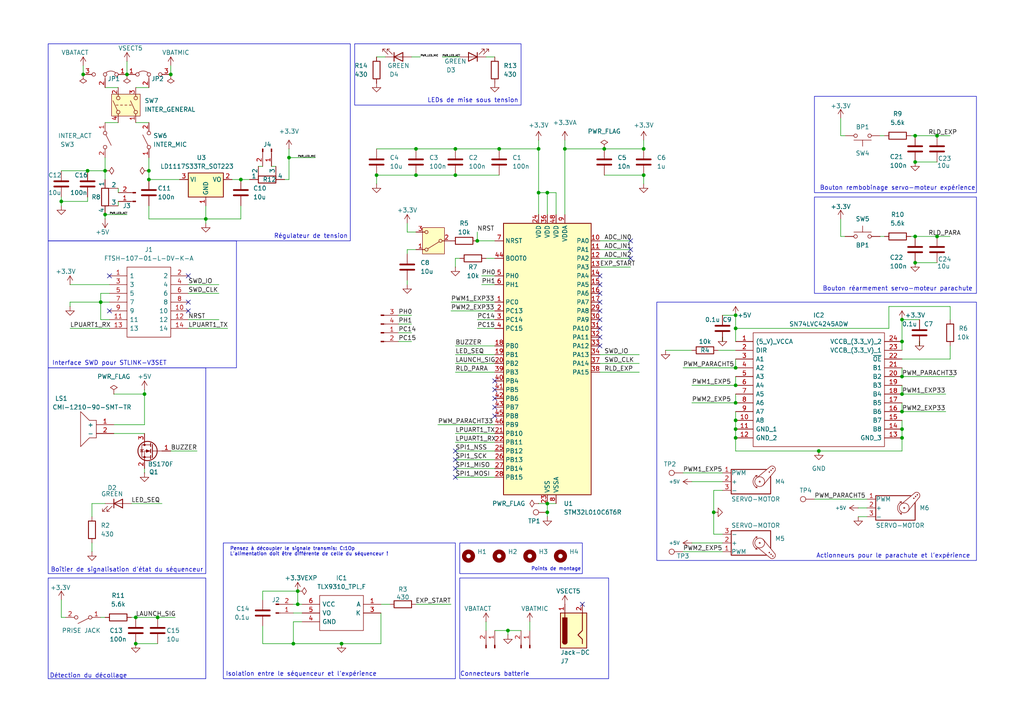
<source format=kicad_sch>
(kicad_sch (version 20231120) (generator "eeschema") (generator_version "8.0")
  (paper "A4")
  (title_block (title "Séquenceur ISABELLE") (date "2025-01-17"))
  (junction (at 49.53 21.59))
  (junction (at 120.65 50.8))
  (junction (at 213.36 91.44))
  (junction (at 261.62 119.38))
  (junction (at 43.18 49.53))
  (junction (at 265.43 46.99))
  (junction (at 29.21 87.63))
  (junction (at 41.91 114.3))
  (junction (at 132.08 50.8))
  (junction (at 186.69 50.8))
  (junction (at 213.36 111.76))
  (junction (at 85.09 186.69))
  (junction (at 86.36 175.26))
  (junction (at 86.36 171.45))
  (junction (at 158.75 55.88))
  (junction (at 156.21 43.18))
  (junction (at 213.36 127))
  (junction (at 175.26 43.18))
  (junction (at 120.65 43.18))
  (junction (at 39.37 179.07))
  (junction (at 213.36 124.46))
  (junction (at 213.36 106.68))
  (junction (at 138.43 69.85))
  (junction (at 25.4 49.53))
  (junction (at 147.32 182.88))
  (junction (at 186.69 43.18))
  (junction (at 265.43 68.58))
  (junction (at 24.13 21.59))
  (junction (at 261.62 109.22))
  (junction (at 261.62 99.06))
  (junction (at 30.48 49.53))
  (junction (at 43.18 52.07))
  (junction (at 59.69 63.5))
  (junction (at 132.08 43.18))
  (junction (at 163.83 43.18))
  (junction (at 83.82 45.72))
  (junction (at 156.21 55.88))
  (junction (at 30.48 62.23))
  (junction (at 261.62 92.71))
  (junction (at 261.62 124.46))
  (junction (at 261.62 114.3))
  (junction (at 271.78 39.37))
  (junction (at 45.72 179.07))
  (junction (at 158.75 146.05))
  (junction (at 36.83 21.59))
  (junction (at 237.49 130.81))
  (junction (at 265.43 39.37))
  (junction (at 265.43 76.2))
  (junction (at 39.37 186.69))
  (junction (at 213.36 116.84))
  (junction (at 213.36 95.25))
  (junction (at 271.78 68.58))
  (junction (at 99.06 186.69))
  (junction (at 69.85 52.07))
  (junction (at 109.22 50.8))
  (junction (at 17.78 58.42))
  (junction (at 144.78 43.18))
  (junction (at 207.01 148.59))
  (junction (at 158.75 148.59))
  (junction (at 213.36 121.92))
  (junction (at 261.62 127))
  (no_connect (at 143.51 113.03))
  (no_connect (at 132.08 135.89))
  (no_connect (at 182.88 74.93))
  (no_connect (at 54.61 80.01))
  (no_connect (at 54.61 90.17))
  (no_connect (at 182.88 69.85))
  (no_connect (at 132.08 130.81))
  (no_connect (at 54.61 87.63))
  (no_connect (at 132.08 133.35))
  (no_connect (at 173.99 95.25))
  (no_connect (at 143.51 110.49))
  (no_connect (at 173.99 80.01))
  (no_connect (at 143.51 120.65))
  (no_connect (at 143.51 118.11))
  (no_connect (at 173.99 100.33))
  (no_connect (at 173.99 87.63))
  (no_connect (at 31.75 80.01))
  (no_connect (at 182.88 72.39))
  (no_connect (at 168.91 175.26))
  (no_connect (at 173.99 90.17))
  (no_connect (at 173.99 82.55))
  (no_connect (at 173.99 92.71))
  (no_connect (at 143.51 115.57))
  (no_connect (at 173.99 85.09))
  (no_connect (at 132.08 138.43))
  (no_connect (at 31.75 90.17))
  (no_connect (at 173.99 97.79))
  (wire (pts (xy 132.08 133.35) (xy 143.51 133.35)))
  (wire (pts (xy 43.18 59.69) (xy 43.18 63.5)))
  (wire (pts (xy 34.29 55.88) (xy 34.29 54.61)))
  (wire (pts (xy 207.01 148.59) (xy 207.01 154.94)))
  (wire (pts (xy 26.67 157.48) (xy 26.67 160.02)))
  (wire (pts (xy 163.83 43.18) (xy 163.83 62.23)))
  (wire (pts (xy 193.04 101.6) (xy 200.66 101.6)))
  (wire (pts (xy 261.62 127) (xy 261.62 124.46)))
  (wire (pts (xy 161.29 55.88) (xy 158.75 55.88)))
  (wire (pts (xy 132.08 74.93) (xy 133.35 74.93)))
  (wire (pts (xy 130.81 90.17) (xy 143.51 90.17)))
  (wire (pts (xy 261.62 130.81) (xy 261.62 127)))
  (wire (pts (xy 132.08 135.89) (xy 143.51 135.89)))
  (wire (pts (xy 264.16 68.58) (xy 265.43 68.58)))
  (wire (pts (xy 198.12 160.02) (xy 209.55 160.02)))
  (wire (pts (xy 54.61 92.71) (xy 63.5 92.71)))
  (wire (pts (xy 255.27 39.37) (xy 256.54 39.37)))
  (wire (pts (xy 26.67 149.86) (xy 26.67 146.05)))
  (wire (pts (xy 110.49 175.26) (xy 113.03 175.26)))
  (wire (pts (xy 132.08 105.41) (xy 143.51 105.41)))
  (wire (pts (xy 140.97 74.93) (xy 143.51 74.93)))
  (wire (pts (xy 144.78 50.8) (xy 132.08 50.8)))
  (wire (pts (xy 243.84 34.29) (xy 243.84 39.37)))
  (wire (pts (xy 30.48 45.72) (xy 30.48 49.53)))
  (wire (pts (xy 213.36 116.84) (xy 213.36 114.3)))
  (wire (pts (xy 213.36 119.38) (xy 213.36 121.92)))
  (wire (pts (xy 213.36 95.25) (xy 213.36 99.06)))
  (wire (pts (xy 138.43 95.25) (xy 143.51 95.25)))
  (wire (pts (xy 161.29 55.88) (xy 161.29 62.23)))
  (wire (pts (xy 138.43 69.85) (xy 143.51 69.85)))
  (wire (pts (xy 54.61 82.55) (xy 63.5 82.55)))
  (wire (pts (xy 31.75 95.25) (xy 20.32 95.25)))
  (wire (pts (xy 156.21 43.18) (xy 144.78 43.18)))
  (wire (pts (xy 143.51 182.88) (xy 147.32 182.88)))
  (wire (pts (xy 163.83 40.64) (xy 163.83 43.18)))
  (wire (pts (xy 186.69 40.64) (xy 186.69 43.18)))
  (wire (pts (xy 264.16 39.37) (xy 265.43 39.37)))
  (wire (pts (xy 173.99 77.47) (xy 182.88 77.47)))
  (wire (pts (xy 25.4 57.15) (xy 25.4 58.42)))
  (wire (pts (xy 118.11 72.39) (xy 120.65 72.39)))
  (wire (pts (xy 132.08 74.93) (xy 132.08 77.47)))
  (wire (pts (xy 115.57 99.06) (xy 119.38 99.06)))
  (wire (pts (xy 173.99 69.85) (xy 182.88 69.85)))
  (wire (pts (xy 29.21 92.71) (xy 29.21 87.63)))
  (wire (pts (xy 209.55 91.44) (xy 213.36 91.44)))
  (wire (pts (xy 158.75 149.86) (xy 158.75 148.59)))
  (wire (pts (xy 26.67 146.05) (xy 30.48 146.05)))
  (wire (pts (xy 25.4 58.42) (xy 17.78 58.42)))
  (wire (pts (xy 20.32 87.63) (xy 20.32 88.9)))
  (wire (pts (xy 257.81 88.9) (xy 275.59 88.9)))
  (wire (pts (xy 31.75 87.63) (xy 29.21 87.63)))
  (wire (pts (xy 265.43 46.99) (xy 271.78 46.99)))
  (wire (pts (xy 52.07 52.07) (xy 43.18 52.07)))
  (wire (pts (xy 59.69 59.69) (xy 59.69 63.5)))
  (wire (pts (xy 17.78 179.07) (xy 17.78 173.99)))
  (wire (pts (xy 87.63 180.34) (xy 85.09 180.34)))
  (wire (pts (xy 30.48 63.5) (xy 30.48 62.23)))
  (wire (pts (xy 54.61 85.09) (xy 63.5 85.09)))
  (wire (pts (xy 118.11 67.31) (xy 120.65 67.31)))
  (wire (pts (xy 130.81 87.63) (xy 143.51 87.63)))
  (wire (pts (xy 30.48 25.4) (xy 34.29 25.4)))
  (wire (pts (xy 109.22 53.34) (xy 109.22 50.8)))
  (wire (pts (xy 248.92 149.86) (xy 251.46 149.86)))
  (wire (pts (xy 72.39 52.07) (xy 69.85 52.07)))
  (wire (pts (xy 271.78 39.37) (xy 275.59 39.37)))
  (wire (pts (xy 110.49 186.69) (xy 99.06 186.69)))
  (wire (pts (xy 143.51 123.19) (xy 127 123.19)))
  (wire (pts (xy 31.75 85.09) (xy 29.21 85.09)))
  (wire (pts (xy 43.18 49.53) (xy 43.18 52.07)))
  (wire (pts (xy 158.75 55.88) (xy 158.75 62.23)))
  (wire (pts (xy 31.75 92.71) (xy 29.21 92.71)))
  (wire (pts (xy 275.59 92.71) (xy 275.59 88.9)))
  (wire (pts (xy 200.66 139.7) (xy 209.55 139.7)))
  (wire (pts (xy 41.91 137.16) (xy 41.91 135.89)))
  (wire (pts (xy 74.93 48.26) (xy 76.2 48.26)))
  (wire (pts (xy 151.13 182.88) (xy 147.32 182.88)))
  (wire (pts (xy 120.65 43.18) (xy 109.22 43.18)))
  (wire (pts (xy 30.48 52.07) (xy 30.48 49.53)))
  (wire (pts (xy 245.11 39.37) (xy 243.84 39.37)))
  (wire (pts (xy 17.78 57.15) (xy 17.78 58.42)))
  (wire (pts (xy 261.62 124.46) (xy 261.62 121.92)))
  (wire (pts (xy 49.53 130.81) (xy 57.15 130.81)))
  (wire (pts (xy 213.36 106.68) (xy 213.36 104.14)))
  (wire (pts (xy 86.36 171.45) (xy 86.36 175.26)))
  (wire (pts (xy 200.66 157.48) (xy 209.55 157.48)))
  (wire (pts (xy 111.76 16.51) (xy 109.22 16.51)))
  (wire (pts (xy 209.55 97.79) (xy 209.55 99.06)))
  (wire (pts (xy 243.84 63.5) (xy 243.84 68.58)))
  (wire (pts (xy 261.62 109.22) (xy 261.62 106.68)))
  (wire (pts (xy 158.75 146.05) (xy 161.29 146.05)))
  (wire (pts (xy 133.35 16.51) (xy 128.27 16.51)))
  (wire (pts (xy 213.36 130.81) (xy 237.49 130.81)))
  (wire (pts (xy 39.37 179.07) (xy 38.1 179.07)))
  (wire (pts (xy 213.36 91.44) (xy 213.36 95.25)))
  (wire (pts (xy 17.78 179.07) (xy 19.05 179.07)))
  (wire (pts (xy 83.82 43.18) (xy 83.82 45.72)))
  (wire (pts (xy 261.62 114.3) (xy 261.62 111.76)))
  (wire (pts (xy 115.57 93.98) (xy 119.38 93.98)))
  (wire (pts (xy 139.7 80.01) (xy 143.51 80.01)))
  (wire (pts (xy 17.78 49.53) (xy 25.4 49.53)))
  (wire (pts (xy 33.02 125.73) (xy 41.91 125.73)))
  (wire (pts (xy 261.62 114.3) (xy 274.32 114.3)))
  (wire (pts (xy 43.18 63.5) (xy 59.69 63.5)))
  (wire (pts (xy 115.57 91.44) (xy 119.38 91.44)))
  (wire (pts (xy 41.91 113.03) (xy 41.91 114.3)))
  (wire (pts (xy 156.21 40.64) (xy 156.21 43.18)))
  (wire (pts (xy 261.62 119.38) (xy 274.32 119.38)))
  (wire (pts (xy 38.1 146.05) (xy 46.99 146.05)))
  (wire (pts (xy 213.36 121.92) (xy 213.36 124.46)))
  (wire (pts (xy 213.36 127) (xy 213.36 130.81)))
  (wire (pts (xy 257.81 95.25) (xy 257.81 88.9)))
  (wire (pts (xy 138.43 67.31) (xy 138.43 69.85)))
  (wire (pts (xy 186.69 53.34) (xy 186.69 50.8)))
  (wire (pts (xy 265.43 76.2) (xy 271.78 76.2)))
  (wire (pts (xy 132.08 50.8) (xy 120.65 50.8)))
  (wire (pts (xy 76.2 181.61) (xy 76.2 186.69)))
  (wire (pts (xy 173.99 72.39) (xy 182.88 72.39)))
  (wire (pts (xy 76.2 186.69) (xy 85.09 186.69)))
  (wire (pts (xy 275.59 104.14) (xy 275.59 100.33)))
  (wire (pts (xy 110.49 177.8) (xy 110.49 186.69)))
  (wire (pts (xy 266.7 99.06) (xy 266.7 100.33)))
  (wire (pts (xy 24.13 19.05) (xy 24.13 21.59)))
  (wire (pts (xy 173.99 74.93) (xy 182.88 74.93)))
  (wire (pts (xy 69.85 52.07) (xy 67.31 52.07)))
  (wire (pts (xy 143.51 107.95) (xy 132.08 107.95)))
  (wire (pts (xy 20.32 82.55) (xy 31.75 82.55)))
  (wire (pts (xy 69.85 59.69) (xy 69.85 63.5)))
  (wire (pts (xy 30.48 62.23) (xy 36.83 62.23)))
  (wire (pts (xy 265.43 39.37) (xy 271.78 39.37)))
  (wire (pts (xy 173.99 102.87) (xy 185.42 102.87)))
  (wire (pts (xy 236.22 144.78) (xy 251.46 144.78)))
  (wire (pts (xy 156.21 43.18) (xy 156.21 55.88)))
  (wire (pts (xy 118.11 72.39) (xy 118.11 73.66)))
  (wire (pts (xy 130.81 175.26) (xy 120.65 175.26)))
  (wire (pts (xy 261.62 92.71) (xy 261.62 99.06)))
  (wire (pts (xy 207.01 142.24) (xy 209.55 142.24)))
  (wire (pts (xy 207.01 142.24) (xy 207.01 148.59)))
  (wire (pts (xy 132.08 138.43) (xy 143.51 138.43)))
  (wire (pts (xy 82.55 52.07) (xy 83.82 52.07)))
  (wire (pts (xy 140.97 16.51) (xy 143.51 16.51)))
  (wire (pts (xy 140.97 182.88) (xy 140.97 180.34)))
  (wire (pts (xy 49.53 19.05) (xy 49.53 21.59)))
  (wire (pts (xy 34.29 35.56) (xy 30.48 35.56)))
  (wire (pts (xy 29.21 85.09) (xy 29.21 87.63)))
  (wire (pts (xy 86.36 171.45) (xy 76.2 171.45)))
  (wire (pts (xy 175.26 43.18) (xy 186.69 43.18)))
  (wire (pts (xy 83.82 45.72) (xy 91.44 45.72)))
  (wire (pts (xy 200.66 116.84) (xy 213.36 116.84)))
  (wire (pts (xy 147.32 182.88) (xy 147.32 184.15)))
  (wire (pts (xy 120.65 50.8) (xy 109.22 50.8)))
  (wire (pts (xy 138.43 92.71) (xy 143.51 92.71)))
  (wire (pts (xy 198.12 106.68) (xy 213.36 106.68)))
  (wire (pts (xy 85.09 175.26) (xy 86.36 175.26)))
  (wire (pts (xy 237.49 130.81) (xy 261.62 130.81)))
  (wire (pts (xy 261.62 101.6) (xy 261.62 99.06)))
  (wire (pts (xy 80.01 48.26) (xy 78.74 48.26)))
  (wire (pts (xy 39.37 186.69) (xy 45.72 186.69)))
  (wire (pts (xy 261.62 119.38) (xy 261.62 116.84)))
  (wire (pts (xy 213.36 111.76) (xy 213.36 109.22)))
  (wire (pts (xy 245.11 68.58) (xy 243.84 68.58)))
  (wire (pts (xy 207.01 154.94) (xy 209.55 154.94)))
  (wire (pts (xy 118.11 81.28) (xy 118.11 82.55)))
  (wire (pts (xy 85.09 180.34) (xy 85.09 186.69)))
  (wire (pts (xy 59.69 63.5) (xy 69.85 63.5)))
  (wire (pts (xy 132.08 43.18) (xy 120.65 43.18)))
  (wire (pts (xy 132.08 100.33) (xy 143.51 100.33)))
  (wire (pts (xy 29.21 87.63) (xy 20.32 87.63)))
  (wire (pts (xy 156.21 55.88) (xy 156.21 62.23)))
  (wire (pts (xy 85.09 177.8) (xy 87.63 177.8)))
  (wire (pts (xy 76.2 171.45) (xy 76.2 173.99)))
  (wire (pts (xy 118.11 64.77) (xy 118.11 67.31)))
  (wire (pts (xy 83.82 45.72) (xy 83.82 52.07)))
  (wire (pts (xy 173.99 105.41) (xy 185.42 105.41)))
  (wire (pts (xy 153.67 180.34) (xy 153.67 182.88)))
  (wire (pts (xy 158.75 146.05) (xy 158.75 148.59)))
  (wire (pts (xy 143.51 128.27) (xy 132.08 128.27)))
  (wire (pts (xy 266.7 92.71) (xy 261.62 92.71)))
  (wire (pts (xy 115.57 96.52) (xy 119.38 96.52)))
  (wire (pts (xy 213.36 101.6) (xy 208.28 101.6)))
  (wire (pts (xy 275.59 104.14) (xy 261.62 104.14)))
  (wire (pts (xy 248.92 147.32) (xy 251.46 147.32)))
  (wire (pts (xy 119.38 16.51) (xy 121.92 16.51)))
  (wire (pts (xy 25.4 49.53) (xy 30.48 49.53)))
  (wire (pts (xy 200.66 111.76) (xy 213.36 111.76)))
  (wire (pts (xy 36.83 17.78) (xy 36.83 21.59)))
  (wire (pts (xy 86.36 175.26) (xy 87.63 175.26)))
  (wire (pts (xy 41.91 114.3) (xy 41.91 123.19)))
  (wire (pts (xy 175.26 50.8) (xy 186.69 50.8)))
  (wire (pts (xy 43.18 45.72) (xy 43.18 49.53)))
  (wire (pts (xy 156.21 146.05) (xy 158.75 146.05)))
  (wire (pts (xy 143.51 125.73) (xy 132.08 125.73)))
  (wire (pts (xy 39.37 25.4) (xy 43.18 25.4)))
  (wire (pts (xy 271.78 68.58) (xy 275.59 68.58)))
  (wire (pts (xy 45.72 179.07) (xy 50.8 179.07)))
  (wire (pts (xy 255.27 68.58) (xy 256.54 68.58)))
  (wire (pts (xy 139.7 82.55) (xy 143.51 82.55)))
  (wire (pts (xy 54.61 95.25) (xy 66.04 95.25)))
  (wire (pts (xy 158.75 55.88) (xy 156.21 55.88)))
  (wire (pts (xy 132.08 102.87) (xy 143.51 102.87)))
  (wire (pts (xy 33.02 114.3) (xy 41.91 114.3)))
  (wire (pts (xy 39.37 35.56) (xy 43.18 35.56)))
  (wire (pts (xy 163.83 43.18) (xy 175.26 43.18)))
  (wire (pts (xy 265.43 68.58) (xy 271.78 68.58)))
  (wire (pts (xy 30.48 179.07) (xy 29.21 179.07)))
  (wire (pts (xy 213.36 95.25) (xy 257.81 95.25)))
  (wire (pts (xy 213.36 124.46) (xy 213.36 127)))
  (wire (pts (xy 59.69 63.5) (xy 59.69 64.77)))
  (wire (pts (xy 198.12 137.16) (xy 209.55 137.16)))
  (wire (pts (xy 261.62 109.22) (xy 276.86 109.22)))
  (wire (pts (xy 34.29 59.69) (xy 34.29 58.42)))
  (wire (pts (xy 33.02 123.19) (xy 41.91 123.19)))
  (wire (pts (xy 85.09 186.69) (xy 99.06 186.69)))
  (wire (pts (xy 173.99 107.95) (xy 185.42 107.95)))
  (wire (pts (xy 17.78 58.42) (xy 17.78 59.69)))
  (wire (pts (xy 132.08 130.81) (xy 143.51 130.81)))
  (wire (pts (xy 144.78 43.18) (xy 132.08 43.18)))
  (wire (pts (xy 39.37 179.07) (xy 45.72 179.07)))
  (rectangle (start 13.97 167.64) (end 59.69 196.85))
  (rectangle (start 236.22 57.15) (end 283.21 85.09))
  (rectangle (start 133.35 167.64) (end 176.53 196.85))
  (rectangle (start 13.97 69.85) (end 68.58 106.68))
  (rectangle (start 190.5 87.63) (end 283.21 162.56))
  (rectangle (start 133.35 157.48) (end 168.91 166.37))
  (rectangle (start 64.77 157.48) (end 132.08 196.85))
  (rectangle (start 102.87 12.7) (end 151.13 30.48))
  (rectangle (start 13.97 106.68) (end 59.69 166.37))
  (rectangle (start 236.22 27.94) (end 283.21 55.88))
  (rectangle (start 13.97 12.7) (end 101.6 69.85))
  (text "Régulateur de tension" (at 90.17 68.58 0) (effects (font (size 1.27 1.27))))
  (text "Actionneurs pour le parachute et l'expérience\n" (at 259.08 161.29 0) (effects (font (size 1.27 1.27))))
  (text "Points de montage\n" (at 161.29 165.1 0) (effects (font (size 1 1))))
  (text "LEDs de mise sous tension\n" (at 137.16 29.21 0) (effects (font (size 1.27 1.27))))
  (text "Bouton réarmement servo-moteur parachute" (at 260.35 83.82 0) (effects (font (size 1.27 1.27))))
  (text "Connecteurs batterie\n" (at 143.51 195.58 0) (effects (font (size 1.27 1.27))))
  (text "L'alimentation doit être différente de celle du séquenceur !" (at 89.662 160.782 0) (effects (font (size 1 1))))
  (text "Boîtier de signalisation d'état du séquenceur\n" (at 36.83 165.354 0) (effects (font (size 1.27 1.27))))
  (text "Interface SWD pour STLINK-V3SET\n" (at 31.75 105.41 0) (effects (font (size 1.27 1.27))))
  (text "Détection du décollage" (at 25.654 196.088 0) (effects (font (size 1.27 1.27))))
  (text "Isolation entre le séquenceur et l'expérience" (at 87.376 195.58 0) (effects (font (size 1.27 1.27))))
  (text "Bouton rembobinage servo-moteur expérience" (at 260.35 54.61 0) (effects (font (size 1.27 1.27))))
  (text "Pensez à découpler le signale transmis: C:1Op" (at 84.836 159.258 0) (effects (font (size 1 1))))
  (label "PWM2_EXP5" (at 198.12 160.02 0))
  (label "RLD_PARA" (at 132.08 107.95 0))
  (label "BUZZER" (at 132.08 100.33 0))
  (label "SPI1_SCK" (at 132.08 133.35 0))
  (label "SPI1_NSS" (at 132.08 130.81 0))
  (label "PWM2_EXP33" (at 261.62 119.38 0))
  (label "SWD_CLK" (at 175.26 105.41 0))
  (label "PWM_PARACHT5" (at 236.22 144.78 0))
  (label "LED_SEQ" (at 38.1 146.05 0))
  (label "BUZZER" (at 49.53 130.81 0))
  (label "NRST" (at 54.61 92.71 0))
  (label "SWD_IO" (at 54.61 82.55 0))
  (label "PWM1_EXP5" (at 200.66 111.76 0))
  (label "PWR_LED_ACT" (at 31.75 62.23 0) (effects (font (size 0.508 0.508))))
  (label "RLD_EXP" (at 175.26 107.95 0))
  (label "EXP_START" (at 173.99 77.47 0))
  (label "LPUART1_RX" (at 132.08 128.27 0))
  (label "LAUNCH_SIG" (at 39.37 179.07 0))
  (label "SWD_CLK" (at 54.61 85.09 0))
  (label "PC14" (at 138.43 92.71 0))
  (label "LED_SEQ" (at 132.08 102.87 0))
  (label "PWM_PARACHT33" (at 261.62 109.22 0))
  (label "RLD_EXP" (at 269.24 39.37 0))
  (label "SPI1_MISO" (at 132.08 135.89 0))
  (label "PWM2_EXP5" (at 200.66 116.84 0))
  (label "ADC_IN1" (at 175.26 72.39 0))
  (label "PWR_LED_ACT" (at 128.27 16.51 0) (effects (font (size 0.508 0.508))))
  (label "PWM_PARACHT5" (at 198.12 106.68 0))
  (label "PWR_LED_MIC" (at 121.92 16.51 0) (effects (font (size 0.508 0.508))))
  (label "SWD_IO" (at 175.26 102.87 0))
  (label "LPUART1_RX" (at 20.32 95.25 0))
  (label "PWM1_EXP33" (at 130.81 87.63 0))
  (label "LPUART1_TX" (at 54.61 95.25 0))
  (label "PH0" (at 115.57 91.44 0))
  (label "PWR_LED_MIC" (at 86.36 45.72 0) (effects (font (size 0.508 0.508))))
  (label "LPUART1_TX" (at 132.08 125.73 0))
  (label "PC15" (at 138.43 95.25 0))
  (label "ADC_IN2" (at 175.26 74.93 0))
  (label "ADC_IN0" (at 175.26 69.85 0))
  (label "PC15" (at 115.57 99.06 0))
  (label "EXP_START" (at 130.81 175.26 180))
  (label "PWM1_EXP33" (at 261.62 114.3 0))
  (label "PWM2_EXP33" (at 130.81 90.17 0))
  (label "PWM1_EXP5" (at 198.12 137.16 0))
  (label "NRST" (at 138.43 67.31 0))
  (label "SPI1_MOSI" (at 132.08 138.43 0))
  (label "RLD_PARA" (at 269.24 68.58 0))
  (label "PWM_PARACHT33" (at 127 123.19 0))
  (label "PC14" (at 115.57 96.52 0))
  (label "PH0" (at 139.7 80.01 0))
  (label "LAUNCH_SIG" (at 132.08 105.41 0))
  (label "PH1" (at 139.7 82.55 0))
  (label "PH1" (at 115.57 93.98 0))
  (symbol (lib_id "Motor:Motor_Servo") (at 259.08 147.32 0) (unit 1)
    (property "Reference" "M6" (at 266.7 147.32 0) (effects (justify left)))
    (property "Value" "SERVO-MOTOR" (at 254 152.4 0) (effects (justify left)))
    (property "Footprint" "Connector_PinHeader_2.54mm:PinHeader_1x03_P2.54mm_Vertical" (effects (hide yes)))
    (property "Datasheet" "http://forums.parallax.com/uploads/attachments/46831/74481.png" (effects (hide yes)))
    (property "Description" "Servo Motor (Futaba, HiTec, JR connector)" (effects (hide yes)))
  )
  (symbol (lib_id "power:GND") (at 248.92 149.86 0) (unit 1)
    (property "Reference" "#PWR047" (effects (hide yes)))
    (property "Value" "GND" (effects (hide yes)))
    (property "Description" "Power symbol creates a global label with name \"GND\" , ground" (effects (hide yes)))
  )
  (symbol (lib_id "power:GND") (at 59.69 64.77 0) (unit 1)
    (property "Reference" "#PWR012" (effects (hide yes)))
    (property "Value" "GND" (effects (hide yes)))
    (property "Description" "Power symbol creates a global label with name \"GND\" , ground" (effects (hide yes)))
  )
  (symbol (lib_id "Device:C") (at 271.78 43.18 0) (unit 1)
    (property "Reference" "C23" (at 272.034 45.974 0) (effects (justify left)))
    (property "Value" "10u" (at 271.78 48.006 0) (effects (justify left)))
    (property "Footprint" "Capacitor_SMD:C_0805_2012Metric" (effects (hide yes)))
    (property "Description" "Unpolarized capacitor" (effects (hide yes)))
  )
  (symbol (lib_id "power:GND") (at 237.49 130.81 0) (unit 1)
    (property "Reference" "#PWR026" (effects (hide yes)))
    (property "Value" "GND" (at 237.49 135.89 0))
    (property "Description" "Power symbol creates a global label with name \"GND\" , ground" (effects (hide yes)))
  )
  (symbol (lib_id "power:+5V") (at 200.66 157.48 90) (unit 1)
    (property "Reference" "#PWR045" (effects (hide yes)))
    (property "Value" "+5V" (at 195.58 157.48 90) (effects (font (size 1 1))))
    (property "Description" "Power symbol creates a global label with name \"+5V\"" (effects (hide yes)))
  )
  (symbol (lib_id "power:+3.3V") (at 118.11 64.77 0) (unit 1)
    (property "Reference" "#PWR09" (effects (hide yes)))
    (property "Value" "+3.3V" (at 118.11 60.96 0))
    (property "Description" "Power symbol creates a global label with name \"+3.3V\"" (effects (hide yes)))
  )
  (symbol (lib_id "power:PWR_FLAG") (at 156.21 146.05 90) (unit 1)
    (property "Reference" "#FLG03" (effects (hide yes)))
    (property "Value" "PWR_FLAG" (at 152.4 146.0499 90) (effects (justify left)))
    (property "Description" "Special symbol for telling ERC where power comes from" (effects (hide yes)))
  )
  (symbol (lib_id "Connector:TestPoint") (at 198.12 160.02 90) (unit 1)
    (property "Reference" "TP3" (at 198.12 161.29 90))
    (property "Value" "TestPoint" (effects (hide yes)))
    (property "Footprint" "TestPoint:TestPoint_Loop_D1.80mm_Drill1.0mm_Beaded" (effects (hide yes)))
    (property "Description" "test point" (effects (hide yes)))
  )
  (symbol (lib_id "Device:C") (at 209.55 95.25 0) (unit 1)
    (property "Reference" "C9" (at 209.55 92.71 0) (effects (justify left)))
    (property "Value" "0.1u" (at 204.47 92.71 0) (effects (justify left)))
    (property "Footprint" "Capacitor_SMD:C_0805_2012Metric" (effects (hide yes)))
    (property "Description" "Unpolarized capacitor" (effects (hide yes)))
  )
  (symbol (lib_id "power:+3.3V") (at 17.78 173.99 0) (unit 1)
    (property "Reference" "#PWR018" (effects (hide yes)))
    (property "Value" "+3.3V" (at 17.526 170.434 0))
    (property "Description" "Power symbol creates a global label with name \"+3.3V\"" (effects (hide yes)))
  )
  (symbol (lib_id "Device:LED") (at 34.29 146.05 0) (unit 1)
    (property "Reference" "D2" (at 32.512 141.478 0))
    (property "Value" "GREEN" (at 32.512 143.256 0))
    (property "Footprint" "LED_SMD:LED_0805_2012Metric" (effects (hide yes)))
    (property "Description" "Light emitting diode" (effects (hide yes)))
  )
  (symbol (lib_id "MCU_ST_STM32L0:STM32L010C6Tx") (at 158.75 105.41 0) (unit 1)
    (property "Reference" "U1" (at 163.4841 146.05 0) (effects (justify left)))
    (property "Value" "STM32L010C6T6R" (at 163.4841 148.59 0) (effects (justify left)))
    (property "Footprint" "Package_QFP:LQFP-48_7x7mm_P0.5mm" (effects (hide yes)))
    (property "Datasheet" "https://www.st.com/resource/en/datasheet/stm32l010c6.pdf" (effects (hide yes)))
    (property "Description" "STMicroelectronics Arm Cortex-M0+ MCU, 32KB flash, 8KB RAM, 32 MHz, 1.8-3.6V, 38 GPIO, LQFP48" (effects (hide yes)))
  )
  (symbol (lib_id "Device:C") (at 265.43 43.18 0) (unit 1)
    (property "Reference" "C21" (at 258.064 45.466 0) (effects (justify left)))
    (property "Value" "100n" (at 258.064 48.006 0) (effects (justify left)))
    (property "Footprint" "Capacitor_SMD:C_0805_2012Metric" (effects (hide yes)))
    (property "Description" "Unpolarized capacitor" (effects (hide yes)))
  )
  (symbol (lib_id "Device:C") (at 120.65 46.99 0) (unit 1)
    (property "Reference" "C3" (at 124.46 45.7199 0) (effects (justify left)))
    (property "Value" "100n" (at 124.46 48.2599 0) (effects (justify left)))
    (property "Footprint" "Capacitor_SMD:C_0805_2012Metric" (effects (hide yes)))
    (property "Description" "Unpolarized capacitor" (effects (hide yes)))
  )
  (symbol (lib_id "power:+3.3V") (at 24.13 19.05 0) (unit 1)
    (property "Reference" "#PWR039" (effects (hide yes)))
    (property "Value" "VBATACT" (at 17.78 15.24 0) (effects (justify left)))
    (property "Description" "Power symbol creates a global label with name \"+3.3V\"" (effects (hide yes)))
  )
  (symbol (lib_id "Switch:SW_DPST") (at 36.83 30.48 90) (unit 1)
    (property "Reference" "SW7" (at 41.91 29.2099 90) (effects (justify right)))
    (property "Value" "INTER_GENERAL" (at 41.91 31.7499 90) (effects (justify right)))
    (property "Footprint" "TerminalBlock_Phoenix:TerminalBlock_Phoenix_MPT-0,5-4-2.54_1x04_P2.54mm_Horizontal" (effects (hide yes)))
    (property "Description" "Double Pole Single Throw (DPST) Switch" (effects (hide yes)))
  )
  (symbol (lib_id "Device:R") (at 34.29 179.07 90) (unit 1)
    (property "Reference" "R11" (at 34.29 172.72 90))
    (property "Value" "5.6k" (at 34.29 175.26 90))
    (property "Footprint" "Resistor_SMD:R_0805_2012Metric" (effects (hide yes)))
    (property "Description" "Resistor" (effects (hide yes)))
  )
  (symbol (lib_id "Mechanical:MountingHole") (at 144.78 161.29 0) (unit 1) (exclude_from_sim yes) (in_bom no)
    (property "Reference" "H2" (at 147.32 160.0199 0) (effects (justify left)))
    (property "Value" "MountingHole" (effects (hide yes)))
    (property "Footprint" "MountingHole:MountingHole_2.2mm_M2" (effects (hide yes)))
    (property "Description" "Mounting Hole without connection" (effects (hide yes)))
  )
  (symbol (lib_id "power:GND") (at 41.91 137.16 0) (unit 1)
    (property "Reference" "#PWR016" (effects (hide yes)))
    (property "Value" "GND" (effects (hide yes)))
    (property "Description" "Power symbol creates a global label with name \"GND\" , ground" (effects (hide yes)))
  )
  (symbol (lib_id "Device:C") (at 132.08 46.99 0) (unit 1)
    (property "Reference" "C2" (at 135.89 45.7199 0) (effects (justify left)))
    (property "Value" "100n" (at 135.89 48.2599 0) (effects (justify left)))
    (property "Footprint" "Capacitor_SMD:C_0805_2012Metric" (effects (hide yes)))
    (property "Description" "Unpolarized capacitor" (effects (hide yes)))
  )
  (symbol (lib_id "FTSH-107-01-L-DV-K-A:FTSH-107-01-L-DV-K-A") (at 31.75 80.01 0) (unit 1)
    (property "Reference" "J1" (at 43.18 72.39 0))
    (property "Value" "FTSH-107-01-L-DV-K-A" (at 43.18 74.93 0))
    (property "Footprint" "ISA LIB:FTSH-107-XX-YYY-DV-K-A" (effects (hide yes)))
    (property "Datasheet" "http://suddendocs.samtec.com/prints/ftsh-1xx-xx-xxx-dv-xxx-xxx-mkt.pdf" (effects (hide yes)))
    (property "Description" "14 position, High Reliability Header Strips, 0.050&quot; pitch, Dual-Row Vertical" (effects (hide yes)))
    (property "Description_1" "14 position, High Reliability Header Strips, 0.050&quot; pitch, Dual-Row Vertical" (effects (hide yes)))
    (property "Mouser Part Number" "200-FTSH10701LDVKA" (effects (hide yes)))
    (property "Mouser Price/Stock" "https://www.mouser.co.uk/ProductDetail/Samtec/FTSH-107-01-L-DV-K-A?qs=PB6%2FjmICvI3xEHFou4PhNg%3D%3D" (effects (hide yes)))
    (property "Manufacturer_Name" "SAMTEC" (effects (hide yes)))
    (property "Manufacturer_Part_Number" "FTSH-107-01-L-DV-K-A" (effects (hide yes)))
  )
  (symbol (lib_id "Connector:Jack-DC") (at 166.37 182.88 90) (unit 1)
    (property "Reference" "J7" (at 162.56 191.77 90) (effects (justify right)))
    (property "Value" "Jack-DC" (at 162.56 189.23 90) (effects (justify right)))
    (property "Footprint" "Connector_BarrelJack:BarrelJack_CUI_PJ-063AH_Horizontal" (effects (hide yes)))
    (property "Description" "DC Barrel Jack" (effects (hide yes)))
  )
  (symbol (lib_id "Connector:Conn_01x02_Pin") (at 39.37 58.42 180) (unit 1)
    (property "Reference" "J3" (at 35.56 59.69 0) (effects (justify right)))
    (property "Value" "Conn_01x02_Pin" (effects (hide yes)))
    (property "Footprint" "Connector_PinHeader_2.54mm:PinHeader_1x02_P2.54mm_Vertical" (effects (hide yes)))
    (property "Description" "Generic connector, single row, 01x02, script generated" (effects (hide yes)))
  )
  (symbol (lib_id "Device:C") (at 144.78 46.99 0) (unit 1)
    (property "Reference" "C1" (at 148.59 45.7199 0) (effects (justify left)))
    (property "Value" "100n" (at 148.59 48.2599 0) (effects (justify left)))
    (property "Footprint" "Capacitor_SMD:C_0805_2012Metric" (effects (hide yes)))
    (property "Description" "Unpolarized capacitor" (effects (hide yes)))
  )
  (symbol (lib_id "power:+3.3V") (at 83.82 43.18 0) (unit 1)
    (property "Reference" "#PWR013" (effects (hide yes)))
    (property "Value" "+3.3V" (at 83.82 38.1 0))
    (property "Description" "Power symbol creates a global label with name \"+3.3V\"" (effects (hide yes)))
  )
  (symbol (lib_id "Device:C") (at 118.11 77.47 0) (unit 1)
    (property "Reference" "C8" (at 121.92 76.1999 0) (effects (justify left)))
    (property "Value" "10u" (at 121.92 78.7399 0) (effects (justify left)))
    (property "Footprint" "Capacitor_SMD:C_0805_2012Metric" (effects (hide yes)))
    (property "Description" "Unpolarized capacitor" (effects (hide yes)))
  )
  (symbol (lib_id "Connector:Conn_01x02_Pin") (at 143.51 187.96 270) (mirror x) (unit 1)
    (property "Reference" "J5" (effects (hide yes)))
    (property "Value" "Conn_01x02_Pin" (effects (hide yes)))
    (property "Footprint" "TerminalBlock_Phoenix:TerminalBlock_Phoenix_MPT-0,5-2-2.54_1x02_P2.54mm_Horizontal" (effects (hide yes)))
    (property "Description" "Generic connector, single row, 01x02, script generated" (effects (hide yes)))
  )
  (symbol (lib_id "Mechanical:MountingHole") (at 162.56 161.29 0) (unit 1) (exclude_from_sim yes) (in_bom no)
    (property "Reference" "H4" (at 165.1 160.0199 0) (effects (justify left)))
    (property "Value" "MountingHole" (effects (hide yes)))
    (property "Footprint" "MountingHole:MountingHole_2.2mm_M2" (effects (hide yes)))
    (property "Description" "Mounting Hole without connection" (effects (hide yes)))
  )
  (symbol (lib_id "power:+3.3V") (at 243.84 34.29 0) (mirror y) (unit 1)
    (property "Reference" "#PWR07" (effects (hide yes)))
    (property "Value" "+3.3V" (at 243.84 30.734 0))
    (property "Description" "Power symbol creates a global label with name \"+3.3V\"" (effects (hide yes)))
  )
  (symbol (lib_id "CMI-1210-90-SMT-TR:CMI-1210-90-SMT-TR") (at 33.02 123.19 0) (mirror y) (unit 1)
    (property "Reference" "LS1" (at 17.78 115.57 0))
    (property "Value" "CMI-1210-90-SMT-TR" (at 26.67 118.11 0))
    (property "Footprint" "TerminalBlock_Phoenix:TerminalBlock_Phoenix_MPT-0,5-2-2.54_1x02_P2.54mm_Horizontal" (effects (hide yes)))
    (property "Datasheet" "https://www.sameskydevices.com/product/resource/supplyframepdf/cmi-1210-90-smt-tr.pdf" (effects (hide yes)))
    (property "Description" "12.8 mm, 5 Vdc, 90 dB, Surface Mount (SMT), Driving Circuit, Magnetic Audio Indicator Buzzer" (effects (hide yes)))
    (property "Description_1" "12.8 mm, 5 Vdc, 90 dB, Surface Mount (SMT), Driving Circuit, Magnetic Audio Indicator Buzzer" (effects (hide yes)))
    (property "Height" "10.3" (effects (hide yes)))
    (property "Mouser Part Number" "490-CMI-1210-90SMTTR" (effects (hide yes)))
    (property "Mouser Price/Stock" "https://www.mouser.co.uk/ProductDetail/CUI-Devices/CMI-1210-90-SMT-TR?qs=P1JMDcb91o7BNpha6IpZxw%3D%3D" (effects (hide yes)))
    (property "Manufacturer_Name" "Same Sky" (effects (hide yes)))
    (property "Manufacturer_Part_Number" "CMI-1210-90-SMT-TR" (effects (hide yes)))
  )
  (symbol (lib_name "LED_1") (lib_id "Device:LED") (at 115.57 16.51 0) (mirror x) (unit 1)
    (property "Reference" "D4" (at 114.3 21.59 0))
    (property "Value" "GREEN" (at 115.57 19.05 0))
    (property "Footprint" "TerminalBlock_Phoenix:TerminalBlock_Phoenix_MPT-0,5-2-2.54_1x02_P2.54mm_Horizontal" (effects (hide yes)))
    (property "Description" "Light emitting diode" (effects (hide yes)))
  )
  (symbol (lib_id "power:+3.3V") (at 186.69 40.64 0) (unit 1)
    (property "Reference" "#PWR05" (effects (hide yes)))
    (property "Value" "+3.3V" (at 186.69 36.322 0))
    (property "Description" "Power symbol creates a global label with name \"+3.3V\"" (effects (hide yes)))
  )
  (symbol (lib_id "Device:C") (at 45.72 182.88 0) (unit 1)
    (property "Reference" "C15" (at 48.26 182.88 0) (effects (justify left)))
    (property "Value" "10u" (at 48.26 185.42 0) (effects (justify left)))
    (property "Footprint" "Capacitor_SMD:C_0805_2012Metric" (effects (hide yes)))
    (property "Description" "Unpolarized capacitor" (effects (hide yes)))
  )
  (symbol (lib_id "Switch:SW_SPST") (at 24.13 179.07 180) (unit 1)
    (property "Reference" "SW1" (effects (hide yes)))
    (property "Value" "PRISE JACK" (at 29.21 182.88 0) (effects (justify left)))
    (property "Footprint" "TerminalBlock_Phoenix:TerminalBlock_Phoenix_MPT-0,5-2-2.54_1x02_P2.54mm_Horizontal" (effects (hide yes)))
    (property "Description" "Single Pole Single Throw (SPST) switch" (effects (hide yes)))
  )
  (symbol (lib_id "power:GND") (at 17.78 59.69 0) (unit 1)
    (property "Reference" "#PWR041" (effects (hide yes)))
    (property "Value" "GND" (effects (hide yes)))
    (property "Description" "Power symbol creates a global label with name \"GND\" , ground" (effects (hide yes)))
  )
  (symbol (lib_id "Transistor_FET:BS170F") (at 44.45 130.81 0) (mirror y) (unit 1)
    (property "Reference" "Q1" (at 45.974 136.906 0) (effects (justify left)))
    (property "Value" "BS170F" (at 50.292 134.62 0) (effects (justify left)))
    (property "Footprint" "Package_TO_SOT_SMD:SOT-23" (effects (hide yes)))
    (property "Datasheet" "http://www.diodes.com/assets/Datasheets/BS170F.pdf" (effects (hide yes)))
    (property "Description" "0.15A Id, 60V Vds, N-Channel MOSFET, SOT-23" (effects (hide yes)))
  )
  (symbol (lib_id "Device:R") (at 260.35 68.58 90) (unit 1)
    (property "Reference" "R10" (at 260.35 62.23 90))
    (property "Value" "5.6k" (at 260.35 64.77 90))
    (property "Footprint" "Resistor_SMD:R_0805_2012Metric" (effects (hide yes)))
    (property "Description" "Resistor" (effects (hide yes)))
  )
  (symbol (lib_id "power:GND") (at 99.06 186.69 0) (mirror y) (unit 1)
    (property "Reference" "#PWR020" (effects (hide yes)))
    (property "Value" "GND" (effects (hide yes)))
    (property "Description" "Power symbol creates a global label with name \"GND\" , ground" (effects (hide yes)))
  )
  (symbol (lib_id "power:PWR_FLAG") (at 175.26 43.18 0) (unit 1)
    (property "Reference" "#FLG01" (effects (hide yes)))
    (property "Value" "PWR_FLAG" (at 175.26 38.1 0))
    (property "Description" "Special symbol for telling ERC where power comes from" (effects (hide yes)))
  )
  (symbol (lib_id "power:PWR_FLAG") (at 86.36 171.45 270) (unit 1)
    (property "Reference" "#FLG08" (effects (hide yes)))
    (property "Value" "PWR_FLAG" (effects (hide yes)))
    (property "Description" "Special symbol for telling ERC where power comes from" (effects (hide yes)))
  )
  (symbol (lib_id "Mechanical:MountingHole") (at 153.67 161.29 0) (unit 1) (exclude_from_sim yes) (in_bom no)
    (property "Reference" "H3" (at 156.21 160.0199 0) (effects (justify left)))
    (property "Value" "MountingHole" (effects (hide yes)))
    (property "Footprint" "MountingHole:MountingHole_2.2mm_M2" (effects (hide yes)))
    (property "Description" "Mounting Hole without connection" (effects (hide yes)))
  )
  (symbol (lib_id "power:+3.3V") (at 163.83 175.26 0) (unit 1)
    (property "Reference" "#PWR037" (effects (hide yes)))
    (property "Value" "VSECT5" (at 161.29 171.45 0) (effects (justify left)))
    (property "Description" "Power symbol creates a global label with name \"+3.3V\"" (effects (hide yes)))
  )
  (symbol (lib_id "power:+3.3V") (at 30.48 63.5 180) (unit 1)
    (property "Reference" "#PWR040" (effects (hide yes)))
    (property "Value" "+5V" (at 31.75 67.31 0) (effects (justify left)))
    (property "Description" "Power symbol creates a global label with name \"+3.3V\"" (effects (hide yes)))
  )
  (symbol (lib_id "power:GND") (at 26.67 160.02 0) (unit 1)
    (property "Reference" "#PWR017" (effects (hide yes)))
    (property "Value" "GND" (effects (hide yes)))
    (property "Description" "Power symbol creates a global label with name \"GND\" , ground" (effects (hide yes)))
  )
  (symbol (lib_id "Device:C") (at 265.43 72.39 0) (unit 1)
    (property "Reference" "C22" (at 258.064 74.676 0) (effects (justify left)))
    (property "Value" "100n" (at 258.064 77.216 0) (effects (justify left)))
    (property "Footprint" "Capacitor_SMD:C_0805_2012Metric" (effects (hide yes)))
    (property "Description" "Unpolarized capacitor" (effects (hide yes)))
  )
  (symbol (lib_id "Device:R") (at 116.84 175.26 270) (mirror x) (unit 1)
    (property "Reference" "R3" (at 116.84 170.942 90))
    (property "Value" "430" (at 116.84 173.228 90))
    (property "Footprint" "Resistor_SMD:R_0805_2012Metric" (effects (hide yes)))
    (property "Description" "Resistor" (effects (hide yes)))
  )
  (symbol (lib_id "Device:C") (at 76.2 177.8 0) (mirror y) (unit 1)
    (property "Reference" "C14" (at 72.39 176.5299 0) (effects (justify left)))
    (property "Value" "0.1u" (at 72.39 179.0699 0) (effects (justify left)))
    (property "Footprint" "Capacitor_SMD:C_0805_2012Metric" (effects (hide yes)))
    (property "Description" "Unpolarized capacitor" (effects (hide yes)))
  )
  (symbol (lib_id "Device:C") (at 186.69 46.99 0) (unit 1)
    (property "Reference" "C6" (at 190.5 45.7199 0) (effects (justify left)))
    (property "Value" "1u" (at 190.5 48.2599 0) (effects (justify left)))
    (property "Footprint" "Capacitor_SMD:C_0805_2012Metric" (effects (hide yes)))
    (property "Description" "Unpolarized capacitor" (effects (hide yes)))
  )
  (symbol (lib_id "power:PWR_FLAG") (at 49.53 21.59 180) (unit 1)
    (property "Reference" "#FLG07" (effects (hide yes)))
    (property "Value" "PWR_FLAG" (effects (hide yes)))
    (property "Description" "Special symbol for telling ERC where power comes from" (effects (hide yes)))
  )
  (symbol (lib_id "power:GND") (at 147.32 184.15 0) (unit 1)
    (property "Reference" "#PWR033" (effects (hide yes)))
    (property "Value" "GND" (effects (hide yes)))
    (property "Description" "Power symbol creates a global label with name \"GND\" , ground" (effects (hide yes)))
  )
  (symbol (lib_id "Jumper:Jumper_3_Bridged12") (at 30.48 21.59 0) (mirror y) (unit 1) (exclude_from_sim yes) (in_bom no)
    (property "Reference" "JP1" (at 33.02 22.86 0))
    (property "Value" "Jumper_3_Bridged12" (effects (hide yes)))
    (property "Footprint" "Connector_PinHeader_2.54mm:PinHeader_1x03_P2.54mm_Vertical" (effects (hide yes)))
    (property "Description" "Jumper, 3-pole, pins 1+2 closed/bridged" (effects (hide yes)))
  )
  (symbol (lib_id "Connector:Conn_01x02_Pin") (at 78.74 43.18 270) (unit 1)
    (property "Reference" "J4" (at 78.74 41.91 90) (effects (justify right)))
    (property "Value" "Conn_01x02_Pin" (effects (hide yes)))
    (property "Footprint" "Connector_PinHeader_2.54mm:PinHeader_1x02_P2.54mm_Vertical" (effects (hide yes)))
    (property "Description" "Generic connector, single row, 01x02, script generated" (effects (hide yes)))
  )
  (symbol (lib_id "power:GND") (at 158.75 149.86 0) (unit 1)
    (property "Reference" "#PWR01" (effects (hide yes)))
    (property "Value" "GND" (effects (hide yes)))
    (property "Description" "Power symbol creates a global label with name \"GND\" , ground" (effects (hide yes)))
  )
  (symbol (lib_id "Switch:SW_Push") (at 250.19 68.58 0) (unit 1)
    (property "Reference" "SW5" (at 250.19 63.5 0))
    (property "Value" "BP1" (at 250.19 71.12 0))
    (property "Footprint" "TerminalBlock_Phoenix:TerminalBlock_Phoenix_MPT-0,5-2-2.54_1x02_P2.54mm_Horizontal" (effects (hide yes)))
    (property "Description" "Push button switch, generic, two pins" (effects (hide yes)))
  )
  (symbol (lib_id "power:+3.3VA") (at 163.83 40.64 0) (unit 1)
    (property "Reference" "#PWR04" (effects (hide yes)))
    (property "Value" "+3.3VA" (at 163.83 35.56 0))
    (property "Description" "Power symbol creates a global label with name \"+3.3VA\"" (effects (hide yes)))
  )
  (symbol (lib_id "power:PWR_FLAG") (at 36.83 21.59 180) (unit 1)
    (property "Reference" "#FLG06" (effects (hide yes)))
    (property "Value" "PWR_FLAG" (effects (hide yes)))
    (property "Description" "Special symbol for telling ERC where power comes from" (effects (hide yes)))
  )
  (symbol (lib_id "Device:R") (at 275.59 96.52 180) (unit 1)
    (property "Reference" "R6" (at 279.4 95.25 0))
    (property "Value" "10k" (at 279.4 97.79 0))
    (property "Footprint" "Resistor_SMD:R_0805_2012Metric" (effects (hide yes)))
    (property "Description" "Resistor" (effects (hide yes)))
  )
  (symbol (lib_id "power:GND") (at 209.55 97.79 0) (unit 1)
    (property "Reference" "#PWR042" (effects (hide yes)))
    (property "Value" "GND" (effects (hide yes)))
    (property "Description" "Power symbol creates a global label with name \"GND\" , ground" (effects (hide yes)))
  )
  (symbol (lib_id "power:GND") (at 265.43 46.99 0) (unit 1)
    (property "Reference" "#PWR025" (effects (hide yes)))
    (property "Value" "GND" (effects (hide yes)))
    (property "Description" "Power symbol creates a global label with name \"GND\" , ground" (effects (hide yes)))
  )
  (symbol (lib_id "Device:R_Shunt") (at 30.48 57.15 0) (unit 1)
    (property "Reference" "R8" (at 29.21 57.15 0) (effects (justify right)))
    (property "Value" "R_Shunt" (effects (hide yes)))
    (property "Footprint" "Resistor_SMD:R_Shunt_Ohmite_LVK12" (effects (hide yes)))
    (property "Description" "Shunt resistor" (effects (hide yes)))
  )
  (symbol (lib_id "power:+3.3V") (at 36.83 17.78 0) (unit 1)
    (property "Reference" "#PWR030" (effects (hide yes)))
    (property "Value" "VSECT5" (at 34.29 13.97 0) (effects (justify left)))
    (property "Description" "Power symbol creates a global label with name \"+3.3V\"" (effects (hide yes)))
  )
  (symbol (lib_id "power:GND") (at 186.69 53.34 0) (unit 1)
    (property "Reference" "#PWR06" (effects (hide yes)))
    (property "Value" "GND" (effects (hide yes)))
    (property "Description" "Power symbol creates a global label with name \"GND\" , ground" (effects (hide yes)))
  )
  (symbol (lib_id "power:GND") (at 39.37 186.69 0) (unit 1)
    (property "Reference" "#PWR019" (effects (hide yes)))
    (property "Value" "GND" (effects (hide yes)))
    (property "Description" "Power symbol creates a global label with name \"GND\" , ground" (effects (hide yes)))
  )
  (symbol (lib_id "power:PWR_FLAG") (at 33.02 114.3 0) (unit 1)
    (property "Reference" "#FLG02" (effects (hide yes)))
    (property "Value" "PWR_FLAG" (at 33.02 109.22 0))
    (property "Description" "Special symbol for telling ERC where power comes from" (effects (hide yes)))
  )
  (symbol (lib_id "power:+5V") (at 200.66 139.7 90) (unit 1)
    (property "Reference" "#PWR043" (effects (hide yes)))
    (property "Value" "+5V" (at 195.58 139.7 90) (effects (font (size 1 1))))
    (property "Description" "Power symbol creates a global label with name \"+5V\"" (effects (hide yes)))
  )
  (symbol (lib_id "Device:R") (at 260.35 39.37 90) (unit 1)
    (property "Reference" "R9" (at 260.35 33.02 90))
    (property "Value" "5.6k" (at 260.35 35.56 90))
    (property "Footprint" "Resistor_SMD:R_0805_2012Metric" (effects (hide yes)))
    (property "Description" "Resistor" (effects (hide yes)))
  )
  (symbol (lib_id "Connector:TestPoint") (at 236.22 144.78 90) (unit 1)
    (property "Reference" "TP4" (at 233.68 142.24 90))
    (property "Value" "TestPoint" (effects (hide yes)))
    (property "Footprint" "TestPoint:TestPoint_Loop_D1.80mm_Drill1.0mm_Beaded" (effects (hide yes)))
    (property "Description" "test point" (effects (hide yes)))
  )
  (symbol (lib_id "Device:R") (at 204.47 101.6 90) (unit 1)
    (property "Reference" "R4" (at 204.47 101.6 90))
    (property "Value" "10k" (at 204.47 99.06 90))
    (property "Footprint" "Resistor_SMD:R_0805_2012Metric" (effects (hide yes)))
    (property "Description" "Resistor" (effects (hide yes)))
  )
  (symbol (lib_id "power:+3.3V") (at 153.67 180.34 0) (unit 1)
    (property "Reference" "#PWR036" (effects (hide yes)))
    (property "Value" "VBATMIC" (at 151.13 176.53 0) (effects (justify left)))
    (property "Description" "Power symbol creates a global label with name \"+3.3V\"" (effects (hide yes)))
  )
  (symbol (lib_id "power:GND") (at 193.04 101.6 0) (unit 1)
    (property "Reference" "#PWR027" (effects (hide yes)))
    (property "Value" "GND" (effects (hide yes)))
    (property "Description" "Power symbol creates a global label with name \"GND\" , ground" (effects (hide yes)))
  )
  (symbol (lib_id "Device:C") (at 175.26 46.99 0) (unit 1)
    (property "Reference" "C5" (at 179.07 45.7199 0) (effects (justify left)))
    (property "Value" "10n" (at 179.07 48.2599 0) (effects (justify left)))
    (property "Footprint" "Capacitor_SMD:C_0805_2012Metric" (effects (hide yes)))
    (property "Description" "Unpolarized capacitor" (effects (hide yes)))
  )
  (symbol (lib_id "Device:C") (at 43.18 55.88 0) (unit 1)
    (property "Reference" "C11" (at 45.72 54.61 0) (effects (justify left)))
    (property "Value" "100n" (at 45.72 57.15 0) (effects (justify left)))
    (property "Footprint" "Capacitor_SMD:C_0805_2012Metric" (effects (hide yes)))
    (property "Description" "Unpolarized capacitor" (effects (hide yes)))
  )
  (symbol (lib_id "Jumper:Jumper_3_Bridged12") (at 43.18 21.59 0) (unit 1) (exclude_from_sim yes) (in_bom no)
    (property "Reference" "JP2" (at 45.72 22.86 0))
    (property "Value" "Jumper_3_Bridged12" (effects (hide yes)))
    (property "Footprint" "Connector_PinHeader_2.54mm:PinHeader_1x03_P2.54mm_Vertical" (effects (hide yes)))
    (property "Description" "Jumper, 3-pole, pins 1+2 closed/bridged" (effects (hide yes)))
  )
  (symbol (lib_id "TLX9310_TPL_F:TLX9310_TPL,F") (at 110.49 175.26 0) (mirror y) (unit 1)
    (property "Reference" "IC1" (at 99.06 167.64 0))
    (property "Value" "TLX9310_TPL,F" (at 99.06 170.18 0))
    (property "Footprint" "ISA LIB:TLX9310" (effects (hide yes)))
    (property "Datasheet" "https://toshiba.semicon-storage.com/info/docget.jsp?did=55766&prodName=TLX9310" (effects (hide yes)))
    (property "Description" "IC COUPLER; 5-PIN SO6; AECQ; ROH" (effects (hide yes)))
    (property "Description_1" "IC COUPLER; 5-PIN SO6; AECQ; ROH" (effects (hide yes)))
    (property "Height" "2.2" (effects (hide yes)))
    (property "Mouser Part Number" "757-TLX9310TPLF" (effects (hide yes)))
    (property "Mouser Price/Stock" "https://www.mouser.co.uk/ProductDetail/Toshiba/TLX9310TPLF?qs=YwPsRIUVAOciEL3qRhtbbw%3D%3D" (effects (hide yes)))
    (property "Manufacturer_Name" "Toshiba" (effects (hide yes)))
    (property "Manufacturer_Part_Number" "TLX9310(TPL,F" (effects (hide yes)))
  )
  (symbol (lib_id "Connector:TestPoint") (at 158.75 148.59 90) (unit 1)
    (property "Reference" "TP1" (at 154.94 151.13 90))
    (property "Value" "TestPoint" (effects (hide yes)))
    (property "Footprint" "TestPoint:TestPoint_Loop_D1.80mm_Drill1.0mm_Beaded" (effects (hide yes)))
    (property "Description" "test point" (effects (hide yes)))
  )
  (symbol (lib_id "Device:R_Shunt") (at 77.47 52.07 90) (unit 1)
    (property "Reference" "R12" (at 76.2 52.07 90) (effects (justify right)))
    (property "Value" "R_Shunt" (effects (hide yes)))
    (property "Footprint" "Resistor_SMD:R_Shunt_Ohmite_LVK12" (effects (hide yes)))
    (property "Description" "Shunt resistor" (effects (hide yes)))
  )
  (symbol (lib_id "Mechanical:MountingHole") (at 135.89 161.29 0) (unit 1) (exclude_from_sim yes) (in_bom no)
    (property "Reference" "H1" (at 138.43 160.0199 0) (effects (justify left)))
    (property "Value" "MountingHole" (effects (hide yes)))
    (property "Footprint" "MountingHole:MountingHole_2.2mm_M2" (effects (hide yes)))
    (property "Description" "Mounting Hole without connection" (effects (hide yes)))
  )
  (symbol (lib_id "Device:R") (at 137.16 74.93 90) (unit 1)
    (property "Reference" "R7" (at 137.16 77.47 90))
    (property "Value" "10k" (at 137.16 80.01 90))
    (property "Footprint" "Resistor_SMD:R_0805_2012Metric" (effects (hide yes)))
    (property "Description" "Resistor" (effects (hide yes)))
  )
  (symbol (lib_id "power:+3.3V") (at 243.84 63.5 0) (mirror y) (unit 1)
    (property "Reference" "#PWR028" (effects (hide yes)))
    (property "Value" "+3.3V" (at 243.84 59.944 0))
    (property "Description" "Power symbol creates a global label with name \"+3.3V\"" (effects (hide yes)))
  )
  (symbol (lib_id "Connector:Conn_01x04_Pin") (at 110.49 93.98 0) (unit 1)
    (property "Reference" "J8" (effects (hide yes)))
    (property "Value" "Conn_01x04_Pin" (effects (hide yes)))
    (property "Footprint" "Connector_PinHeader_2.54mm:PinHeader_1x04_P2.54mm_Vertical" (effects (hide yes)))
    (property "Description" "Generic connector, single row, 01x04, script generated" (effects (hide yes)))
  )
  (symbol (lib_id "power:+3.3V") (at 140.97 180.34 0) (unit 1)
    (property "Reference" "#PWR034" (effects (hide yes)))
    (property "Value" "VBATACT" (at 134.62 176.53 0) (effects (justify left)))
    (property "Description" "Power symbol creates a global label with name \"+3.3V\"" (effects (hide yes)))
  )
  (symbol (lib_id "power:+5V") (at 213.36 91.44 0) (unit 1)
    (property "Reference" "#PWR031" (effects (hide yes)))
    (property "Value" "+5V" (at 215.9 91.44 0))
    (property "Description" "Power symbol creates a global label with name \"+5V\"" (effects (hide yes)))
  )
  (symbol (lib_id "Device:R") (at 109.22 20.32 0) (mirror y) (unit 1)
    (property "Reference" "R14" (at 106.68 19.0499 0) (effects (justify left)))
    (property "Value" "430" (at 106.68 21.5899 0) (effects (justify left)))
    (property "Footprint" "Resistor_SMD:R_0805_2012Metric" (effects (hide yes)))
    (property "Description" "Resistor" (effects (hide yes)))
  )
  (symbol (lib_id "Motor:Motor_Servo") (at 217.17 139.7 0) (unit 1)
    (property "Reference" "M4" (at 224.79 139.7 0) (effects (justify left)))
    (property "Value" "SERVO-MOTOR" (at 212.09 144.78 0) (effects (justify left)))
    (property "Footprint" "Connector_PinHeader_2.54mm:PinHeader_1x03_P2.54mm_Vertical" (effects (hide yes)))
    (property "Datasheet" "http://forums.parallax.com/uploads/attachments/46831/74481.png" (effects (hide yes)))
    (property "Description" "Servo Motor (Futaba, HiTec, JR connector)" (effects (hide yes)))
  )
  (symbol (lib_id "Device:R") (at 26.67 153.67 0) (unit 1)
    (property "Reference" "R2" (at 29.21 152.3999 0) (effects (justify left)))
    (property "Value" "430" (at 29.21 154.9399 0) (effects (justify left)))
    (property "Footprint" "Resistor_SMD:R_0805_2012Metric" (effects (hide yes)))
    (property "Description" "Resistor" (effects (hide yes)))
  )
  (symbol (lib_id "power:PWR_FLAG") (at 24.13 21.59 180) (unit 1)
    (property "Reference" "#FLG05" (effects (hide yes)))
    (property "Value" "PWR_FLAG" (effects (hide yes)))
    (property "Description" "Special symbol for telling ERC where power comes from" (effects (hide yes)))
  )
  (symbol (lib_id "power:+3.3V") (at 86.36 171.45 0) (mirror y) (unit 1)
    (property "Reference" "#PWR021" (effects (hide yes)))
    (property "Value" "+3.3VEXP" (at 82.55 167.64 0) (effects (justify right)))
    (property "Description" "Power symbol creates a global label with name \"+3.3V\"" (effects (hide yes)))
  )
  (symbol (lib_id "Device:C") (at 17.78 53.34 0) (unit 1)
    (property "Reference" "C12" (at 13.97 50.8 0) (effects (justify left)))
    (property "Value" "10u" (at 13.97 55.88 0) (effects (justify left)))
    (property "Footprint" "Capacitor_SMD:C_0805_2012Metric" (effects (hide yes)))
    (property "Description" "Unpolarized capacitor" (effects (hide yes)))
  )
  (symbol (lib_id "power:+3.3V") (at 49.53 19.05 0) (unit 1)
    (property "Reference" "#PWR014" (effects (hide yes)))
    (property "Value" "VBATMIC" (at 46.99 15.24 0) (effects (justify left)))
    (property "Description" "Power symbol creates a global label with name \"+3.3V\"" (effects (hide yes)))
  )
  (symbol (lib_id "power:GND") (at 109.22 53.34 0) (unit 1)
    (property "Reference" "#PWR03" (effects (hide yes)))
    (property "Value" "GND" (effects (hide yes)))
    (property "Description" "Power symbol creates a global label with name \"GND\" , ground" (effects (hide yes)))
  )
  (symbol (lib_id "Device:C") (at 266.7 96.52 0) (unit 1)
    (property "Reference" "C7" (at 267.97 93.98 0) (effects (justify left)))
    (property "Value" "0.1u" (at 261.62 93.98 0) (effects (justify left)))
    (property "Footprint" "Capacitor_SMD:C_0805_2012Metric" (effects (hide yes)))
    (property "Description" "Unpolarized capacitor" (effects (hide yes)))
  )
  (symbol (lib_id "Connector:Conn_01x02_Pin") (at 153.67 187.96 270) (mirror x) (unit 1)
    (property "Reference" "J6" (effects (hide yes)))
    (property "Value" "Conn_01x02_Pin" (effects (hide yes)))
    (property "Footprint" "TerminalBlock_Phoenix:TerminalBlock_Phoenix_MPT-0,5-2-2.54_1x02_P2.54mm_Horizontal" (effects (hide yes)))
    (property "Description" "Generic connector, single row, 01x02, script generated" (effects (hide yes)))
  )
  (symbol (lib_id "Device:R") (at 134.62 69.85 90) (unit 1)
    (property "Reference" "R5" (at 134.62 64.77 90))
    (property "Value" "10k" (at 134.62 67.31 90))
    (property "Footprint" "Resistor_SMD:R_0805_2012Metric" (effects (hide yes)))
    (property "Description" "Resistor" (effects (hide yes)))
  )
  (symbol (lib_id "Device:R") (at 143.51 20.32 0) (unit 1)
    (property "Reference" "R13" (at 146.05 19.0499 0) (effects (justify left)))
    (property "Value" "430" (at 146.05 21.5899 0) (effects (justify left)))
    (property "Footprint" "Resistor_SMD:R_0805_2012Metric" (effects (hide yes)))
    (property "Description" "Resistor" (effects (hide yes)))
  )
  (symbol (lib_id "power:+3.3V") (at 261.62 92.71 0) (mirror y) (unit 1)
    (property "Reference" "#PWR032" (effects (hide yes)))
    (property "Value" "+3.3V" (at 265.43 91.44 0))
    (property "Description" "Power symbol creates a global label with name \"+3.3V\"" (effects (hide yes)))
  )
  (symbol (lib_id "SN74LVC4245ADW:SN74LVC4245ADW") (at 213.36 99.06 0) (unit 1)
    (property "Reference" "IC2" (at 237.49 91.44 0))
    (property "Value" "SN74LVC4245ADW" (at 237.49 93.98 0))
    (property "Footprint" "ISA LIB:SN74LVC4345ADW" (effects (hide yes)))
    (property "Datasheet" "https://datasheet.datasheetarchive.com/originals/distributors/Datasheets-302/24314.pdf" (effects (hide yes)))
    (property "Description" "SN74LVC4245ADW, Bus Transceiver LVC, 8-Bit Non-Inverting 2.7 to 3.6, 4.5 to 5.5V 24-Pin SOIC" (effects (hide yes)))
    (property "Description_1" "SN74LVC4245ADW, Bus Transceiver LVC, 8-Bit Non-Inverting 2.7 to 3.6, 4.5 to 5.5V 24-Pin SOIC" (effects (hide yes)))
    (property "Height" "2.65" (effects (hide yes)))
    (property "Mouser Part Number" "595-SN74LVC4245ADW" (effects (hide yes)))
    (property "Mouser Price/Stock" "https://www.mouser.co.uk/ProductDetail/Texas-Instruments/SN74LVC4245ADW?qs=IF4wzcbwb3pAUkmD9hpWmw%3D%3D" (effects (hide yes)))
    (property "Manufacturer_Name" "Texas Instruments" (effects (hide yes)))
    (property "Manufacturer_Part_Number" "SN74LVC4245ADW" (effects (hide yes)))
  )
  (symbol (lib_id "power:GND") (at 109.22 24.13 0) (unit 1)
    (property "Reference" "#PWR022" (effects (hide yes)))
    (property "Value" "GND" (effects (hide yes)))
    (property "Description" "Power symbol creates a global label with name \"GND\" , ground" (effects (hide yes)))
  )
  (symbol (lib_id "power:+5V") (at 248.92 147.32 90) (unit 1)
    (property "Reference" "#PWR046" (effects (hide yes)))
    (property "Value" "+5V" (at 243.84 147.32 90) (effects (font (size 1 1))))
    (property "Description" "Power symbol creates a global label with name \"+5V\"" (effects (hide yes)))
  )
  (symbol (lib_id "Regulator_Linear:LD1117S33TR_SOT223") (at 59.69 52.07 0) (unit 1)
    (property "Reference" "U3" (at 58.42 45.72 0))
    (property "Value" "LD1117S33TR_SOT223" (at 57.15 48.26 0))
    (property "Footprint" "Package_TO_SOT_SMD:SOT-223-3_TabPin2" (effects (hide yes)))
    (property "Datasheet" "http://www.st.com/st-web-ui/static/active/en/resource/technical/document/datasheet/CD00000544.pdf" (effects (hide yes)))
    (property "Description" "800mA Fixed Low Drop Positive Voltage Regulator, Fixed Output 3.3V, SOT-223" (effects (hide yes)))
  )
  (symbol (lib_id "power:GND") (at 143.51 24.13 0) (unit 1)
    (property "Reference" "#PWR023" (effects (hide yes)))
    (property "Value" "GND" (effects (hide yes)))
    (property "Description" "Power symbol creates a global label with name \"GND\" , ground" (effects (hide yes)))
  )
  (symbol (lib_id "power:GND") (at 132.08 77.47 0) (unit 1)
    (property "Reference" "#PWR024" (effects (hide yes)))
    (property "Value" "GND" (effects (hide yes)))
    (property "Description" "Power symbol creates a global label with name \"GND\" , ground" (effects (hide yes)))
  )
  (symbol (lib_id "Device:C") (at 39.37 182.88 0) (unit 1)
    (property "Reference" "C13" (at 31.75 182.88 0) (effects (justify left)))
    (property "Value" "100n" (at 31.75 185.42 0) (effects (justify left)))
    (property "Footprint" "Capacitor_SMD:C_0805_2012Metric" (effects (hide yes)))
    (property "Description" "Unpolarized capacitor" (effects (hide yes)))
  )
  (symbol (lib_id "power:GND") (at 20.32 88.9 0) (unit 1)
    (property "Reference" "#PWR011" (effects (hide yes)))
    (property "Value" "GND" (effects (hide yes)))
    (property "Description" "Power symbol creates a global label with name \"GND\" , ground" (effects (hide yes)))
  )
  (symbol (lib_id "power:PWR_FLAG") (at 30.48 49.53 270) (unit 1)
    (property "Reference" "#FLG04" (effects (hide yes)))
    (property "Value" "PWR_FLAG" (effects (hide yes)))
    (property "Description" "Special symbol for telling ERC where power comes from" (effects (hide yes)))
  )
  (symbol (lib_id "power:+3.3V") (at 156.21 40.64 0) (unit 1)
    (property "Reference" "#PWR02" (effects (hide yes)))
    (property "Value" "+3.3V" (at 156.21 36.322 0))
    (property "Description" "Power symbol creates a global label with name \"+3.3V\"" (effects (hide yes)))
  )
  (symbol (lib_id "Switch:SW_SPDT") (at 125.73 69.85 180) (unit 1)
    (property "Reference" "SW2" (effects (hide yes)))
    (property "Value" "SW_SPDT" (effects (hide yes)))
    (property "Footprint" "Button_Switch_SMD:SW_SPDT_PCM12" (effects (hide yes)))
    (property "Description" "Switch, single pole double throw" (effects (hide yes)))
  )
  (symbol (lib_id "power:+3.3V") (at 20.32 82.55 0) (unit 1)
    (property "Reference" "#PWR010" (effects (hide yes)))
    (property "Value" "+3.3V" (at 19.05 78.74 0))
    (property "Description" "Power symbol creates a global label with name \"+3.3V\"" (effects (hide yes)))
  )
  (symbol (lib_id "power:GND") (at 266.7 99.06 0) (unit 1)
    (property "Reference" "#PWR035" (effects (hide yes)))
    (property "Value" "GND" (effects (hide yes)))
    (property "Description" "Power symbol creates a global label with name \"GND\" , ground" (effects (hide yes)))
  )
  (symbol (lib_id "Switch:SW_SPST") (at 30.48 40.64 270) (unit 1)
    (property "Reference" "SW3" (at 21.59 41.91 90) (effects (justify right)))
    (property "Value" "INTER_ACT" (at 26.67 39.37 90) (effects (justify right)))
    (property "Footprint" "TerminalBlock_Phoenix:TerminalBlock_Phoenix_MPT-0,5-2-2.54_1x02_P2.54mm_Horizontal" (effects (hide yes)))
    (property "Description" "Single Pole Single Throw (SPST) switch" (effects (hide yes)))
  )
  (symbol (lib_id "Device:C") (at 271.78 72.39 0) (unit 1)
    (property "Reference" "C24" (at 272.034 75.184 0) (effects (justify left)))
    (property "Value" "10u" (at 271.78 77.216 0) (effects (justify left)))
    (property "Footprint" "Capacitor_SMD:C_0805_2012Metric" (effects (hide yes)))
    (property "Description" "Unpolarized capacitor" (effects (hide yes)))
  )
  (symbol (lib_id "Device:C") (at 69.85 55.88 0) (unit 1)
    (property "Reference" "C10" (at 73.406 54.61 0) (effects (justify left)))
    (property "Value" "10u" (at 73.406 57.15 0) (effects (justify left)))
    (property "Footprint" "Capacitor_SMD:C_0805_2012Metric" (effects (hide yes)))
    (property "Description" "Unpolarized capacitor" (effects (hide yes)))
  )
  (symbol (lib_id "Device:LED") (at 137.16 16.51 180) (unit 1)
    (property "Reference" "D3" (at 130.81 20.32 0))
    (property "Value" "GREEN" (at 132.08 17.78 0))
    (property "Footprint" "TerminalBlock_Phoenix:TerminalBlock_Phoenix_MPT-0,5-2-2.54_1x02_P2.54mm_Horizontal" (effects (hide yes)))
    (property "Description" "Light emitting diode" (effects (hide yes)))
  )
  (symbol (lib_id "Switch:SW_SPST") (at 43.18 40.64 90) (unit 1)
    (property "Reference" "SW6" (at 44.45 39.37 90) (effects (justify right)))
    (property "Value" "INTER_MIC" (at 44.45 41.91 90) (effects (justify right)))
    (property "Footprint" "TerminalBlock_Phoenix:TerminalBlock_Phoenix_MPT-0,5-2-2.54_1x02_P2.54mm_Horizontal" (effects (hide yes)))
    (property "Description" "Single Pole Single Throw (SPST) switch" (effects (hide yes)))
  )
  (symbol (lib_id "Switch:SW_Push") (at 250.19 39.37 180) (unit 1)
    (property "Reference" "SW4" (at 250.19 44.45 0))
    (property "Value" "BP1" (at 250.19 36.83 0))
    (property "Footprint" "TerminalBlock_Phoenix:TerminalBlock_Phoenix_MPT-0,5-2-2.54_1x02_P2.54mm_Horizontal" (effects (hide yes)))
    (property "Description" "Push button switch, generic, two pins" (effects (hide yes)))
  )
  (symbol (lib_name "Conn_01x02_Pin_1") (lib_id "Connector:Conn_01x02_Pin") (at 80.01 175.26 0) (unit 1)
    (property "Reference" "J2" (at 80.01 173.99 0))
    (property "Value" "Conn_01x02_Pin" (effects (hide yes)))
    (property "Footprint" "TerminalBlock_Phoenix:TerminalBlock_Phoenix_MPT-0,5-2-2.54_1x02_P2.54mm_Horizontal" (effects (hide yes)))
    (property "Description" "Generic connector, single row, 01x02, script generated" (effects (hide yes)))
  )
  (symbol (lib_id "Connector:TestPoint") (at 198.12 137.16 90) (unit 1)
    (property "Reference" "TP2" (at 194.31 134.62 90))
    (property "Value" "TestPoint" (effects (hide yes)))
    (property "Footprint" "TestPoint:TestPoint_Loop_D1.80mm_Drill1.0mm_Beaded" (effects (hide yes)))
    (property "Description" "test point" (effects (hide yes)))
  )
  (symbol (lib_id "power:PWR_FLAG") (at 43.18 49.53 90) (unit 1)
    (property "Reference" "#FLG09" (effects (hide yes)))
    (property "Value" "PWR_FLAG" (effects (hide yes)))
    (property "Description" "Special symbol for telling ERC where power comes from" (effects (hide yes)))
  )
  (symbol (lib_id "power:GND") (at 118.11 82.55 0) (unit 1)
    (property "Reference" "#PWR08" (effects (hide yes)))
    (property "Value" "GND" (effects (hide yes)))
    (property "Description" "Power symbol creates a global label with name \"GND\" , ground" (effects (hide yes)))
  )
  (symbol (lib_id "Motor:Motor_Servo") (at 217.17 157.48 0) (mirror x) (unit 1)
    (property "Reference" "M5" (at 224.79 156.21 0) (effects (justify left)))
    (property "Value" "SERVO-MOTOR" (at 212.09 152.4 0) (effects (justify left)))
    (property "Footprint" "Connector_PinHeader_2.54mm:PinHeader_1x03_P2.54mm_Vertical" (effects (hide yes)))
    (property "Datasheet" "http://forums.parallax.com/uploads/attachments/46831/74481.png" (effects (hide yes)))
    (property "Description" "Servo Motor (Futaba, HiTec, JR connector)" (effects (hide yes)))
  )
  (symbol (lib_id "power:GND") (at 207.01 148.59 90) (unit 1)
    (property "Reference" "#PWR044" (effects (hide yes)))
    (property "Value" "GND" (effects (hide yes)))
    (property "Description" "Power symbol creates a global label with name \"GND\" , ground" (effects (hide yes)))
  )
  (symbol (lib_id "power:GND") (at 265.43 76.2 0) (unit 1)
    (property "Reference" "#PWR029" (effects (hide yes)))
    (property "Value" "GND" (effects (hide yes)))
    (property "Description" "Power symbol creates a global label with name \"GND\" , ground" (effects (hide yes)))
  )
  (symbol (lib_id "Device:C") (at 109.22 46.99 0) (unit 1)
    (property "Reference" "C4" (at 113.03 45.7199 0) (effects (justify left)))
    (property "Value" "10u" (at 113.03 48.2599 0) (effects (justify left)))
    (property "Footprint" "Capacitor_SMD:C_0805_2012Metric" (effects (hide yes)))
    (property "Description" "Unpolarized capacitor" (effects (hide yes)))
  )
  (symbol (lib_id "Device:C") (at 25.4 53.34 0) (unit 1)
    (property "Reference" "C16" (at 21.59 50.8 0) (effects (justify left)))
    (property "Value" "100n" (at 20.32 55.88 0) (effects (justify left)))
    (property "Footprint" "Capacitor_SMD:C_0805_2012Metric" (effects (hide yes)))
    (property "Description" "Unpolarized capacitor" (effects (hide yes)))
  )
  (symbol (lib_id "power:+5V") (at 41.91 113.03 0) (unit 1)
    (property "Reference" "#PWR015" (effects (hide yes)))
    (property "Value" "+5V" (at 41.91 109.22 0))
    (property "Description" "Power symbol creates a global label with name \"+5V\"" (effects (hide yes)))
  )
)
</source>
